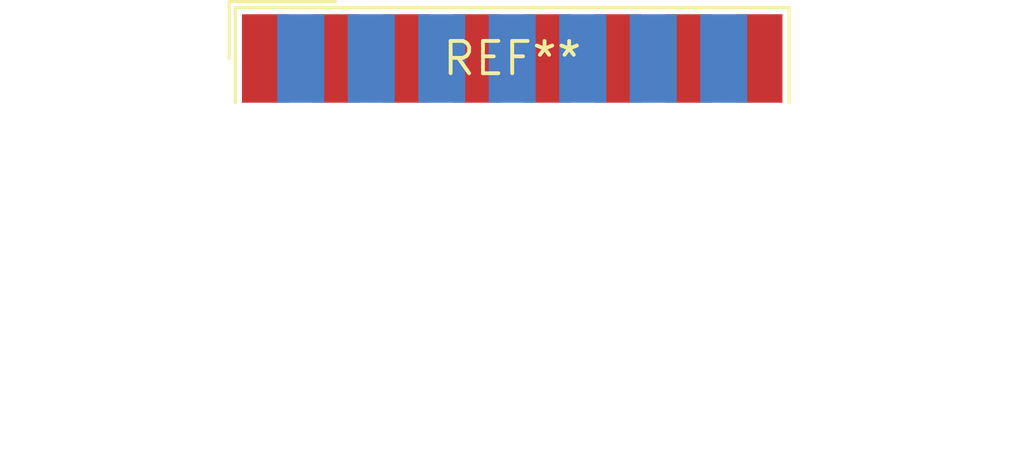
<source format=kicad_pcb>
(kicad_pcb (version 20240108) (generator pcbnew)
  (layers (0 "F.Cu" signal) (31 "B.Cu" signal) (34 "B.Paste" user) (35 "F.Paste" user) (36 "B.SilkS" user "B.Silkscreen") (37 "F.SilkS" user "F.Silkscreen") (38 "B.Mask" user) (39 "F.Mask" user) (44 "Edge.Cuts" user))
  (net 0 "")
  (footprint "DSUB-15_Male_EdgeMount_P2.77mm" (layer "F.Cu") (at 0 0)
    (property "Reference" "REF**")
    (property "Value" "DSUB-15_Male_EdgeMount_P2.77mm")
    (fp_line (start -11.118333 -2.24) (end -6.925 -2.24) (layer "F.SilkS") (stroke (width 0.12)))
    (fp_line (start -11.118333 0) (end -11.118333 -2.24) (layer "F.SilkS") (stroke (width 0.12)))
    (fp_line (start -10.878333 -2) (end -10.878333 1.74) (layer "F.SilkS") (stroke (width 0.12)))
    (fp_line (start 10.878333 -2) (end -10.878333 -2) (layer "F.SilkS") (stroke (width 0.12)))
    (fp_line (start 10.878333 1.74) (end 10.878333 -2) (layer "F.SilkS") (stroke (width 0.12)))
    (pad "1" smd rect (at -9.695 0) (size 1.846667 3.48) (layers "F.Cu" "F.Paste" "F.Mask"))
    (pad "2" smd rect (at -6.925 0) (size 1.846667 3.48) (layers "F.Cu" "F.Paste" "F.Mask"))
    (pad "3" smd rect (at -4.155 0) (size 1.846667 3.48) (layers "F.Cu" "F.Paste" "F.Mask"))
    (pad "4" smd rect (at -1.385 0) (size 1.846667 3.48) (layers "F.Cu" "F.Paste" "F.Mask"))
    (pad "5" smd rect (at 1.385 0) (size 1.846667 3.48) (layers "F.Cu" "F.Paste" "F.Mask"))
    (pad "6" smd rect (at 4.155 0) (size 1.846667 3.48) (layers "F.Cu" "F.Paste" "F.Mask"))
    (pad "7" smd rect (at 6.925 0) (size 1.846667 3.48) (layers "F.Cu" "F.Paste" "F.Mask"))
    (pad "8" smd rect (at 9.695 0) (size 1.846667 3.48) (layers "F.Cu" "F.Paste" "F.Mask"))
    (pad "9" smd rect (at -8.31 0) (size 1.846667 3.48) (layers "B.Cu" "B.Paste" "B.Mask"))
    (pad "10" smd rect (at -5.54 0) (size 1.846667 3.48) (layers "B.Cu" "B.Paste" "B.Mask"))
    (pad "11" smd rect (at -2.77 0) (size 1.846667 3.48) (layers "B.Cu" "B.Paste" "B.Mask"))
    (pad "12" smd rect (at 0 0) (size 1.846667 3.48) (layers "B.Cu" "B.Paste" "B.Mask"))
    (pad "13" smd rect (at 2.77 0) (size 1.846667 3.48) (layers "B.Cu" "B.Paste" "B.Mask"))
    (pad "14" smd rect (at 5.54 0) (size 1.846667 3.48) (layers "B.Cu" "B.Paste" "B.Mask"))
    (pad "15" smd rect (at 8.31 0) (size 1.846667 3.48) (layers "B.Cu" "B.Paste" "B.Mask"))
  )
)
</source>
